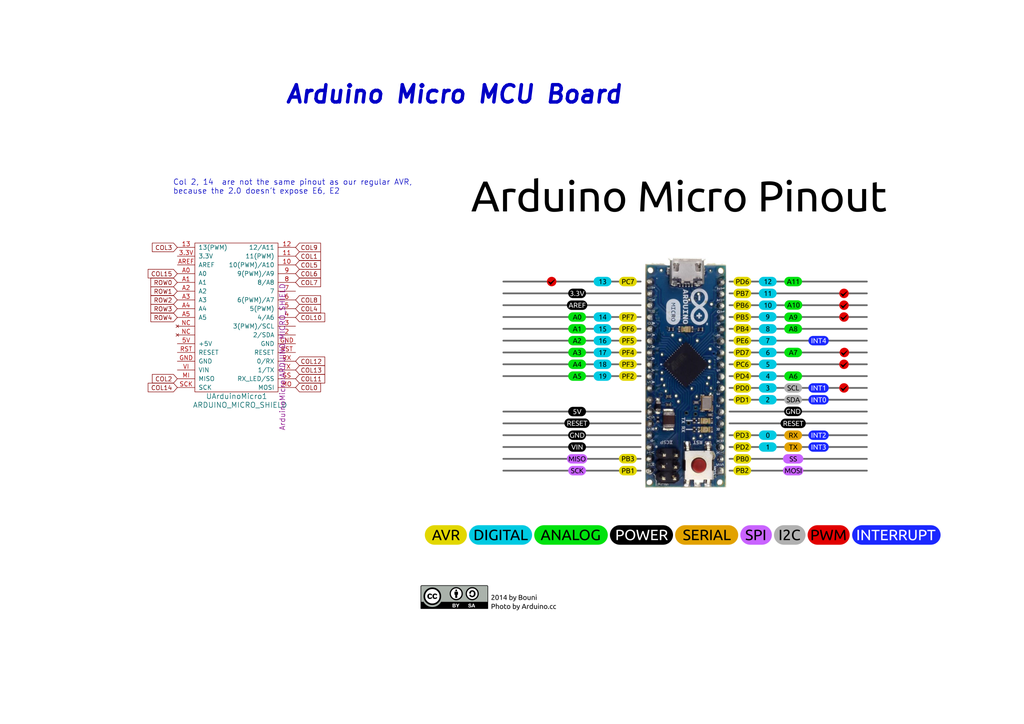
<source format=kicad_sch>
(kicad_sch (version 20211123) (generator eeschema)
  (paper "A4")
  (title_block (title "MCU") (date "2016-05-06") (company "Keyboardio"))
  (lib_symbols
    (symbol "arduino_micro:ARDUINO_MICRO_SHIELD" (pin_names (offset 1.016))
      (property "Reference" "U" (at 44.45 10.16 0))
      (property "Value" "ARDUINO_MICRO_SHIELD" (at 21.59 15.24 0))
      (symbol "ARDUINO_MICRO_SHIELD_0_1"
        (rectangle (start 0 0) (end 43.18 24.13))
      )
      (symbol "ARDUINO_MICRO_SHIELD_1_1"
        (pin bidirectional line (at 36.83 -5.08 90) (length 5.08) (name "10(PWM)/A10") (number "10"))
        (pin bidirectional line (at 39.37 -5.08 90) (length 5.08) (name "11(PWM)") (number "11"))
        (pin bidirectional line (at 41.91 -5.08 90) (length 5.08) (name "12/A11") (number "12"))
        (pin bidirectional line (at 41.91 29.21 270) (length 5.08) (name "13(PWM)") (number "13"))
        (pin bidirectional line (at 16.51 -5.08 90) (length 5.08) (name "2/SDA") (number "2"))
        (pin bidirectional line (at 19.05 -5.08 90) (length 5.08) (name "3(PWM)/SCL") (number "3"))
        (pin power_in line (at 39.37 29.21 270) (length 5.08) (name "3.3V") (number "3.3V"))
        (pin bidirectional line (at 21.59 -5.08 90) (length 5.08) (name "4/A6") (number "4"))
        (pin bidirectional line (at 24.13 -5.08 90) (length 5.08) (name "5(PWM)") (number "5"))
        (pin power_in line (at 13.97 29.21 270) (length 5.08) (name "+5V") (number "5V"))
        (pin bidirectional line (at 26.67 -5.08 90) (length 5.08) (name "6(PWM)/A7") (number "6"))
        (pin bidirectional line (at 29.21 -5.08 90) (length 5.08) (name "7") (number "7"))
        (pin bidirectional line (at 31.75 -5.08 90) (length 5.08) (name "8/A8") (number "8"))
        (pin bidirectional line (at 34.29 -5.08 90) (length 5.08) (name "9(PWM)/A9") (number "9"))
        (pin bidirectional line (at 34.29 29.21 270) (length 5.08) (name "A0") (number "A0"))
        (pin bidirectional line (at 31.75 29.21 270) (length 5.08) (name "A1") (number "A1"))
        (pin bidirectional line (at 29.21 29.21 270) (length 5.08) (name "A2") (number "A2"))
        (pin bidirectional line (at 26.67 29.21 270) (length 5.08) (name "A3") (number "A3"))
        (pin bidirectional line (at 24.13 29.21 270) (length 5.08) (name "A4") (number "A4"))
        (pin bidirectional line (at 21.59 29.21 270) (length 5.08) (name "A5") (number "A5"))
        (pin power_in line (at 36.83 29.21 270) (length 5.08) (name "AREF") (number "AREF"))
        (pin power_in line (at 8.89 29.21 270) (length 5.08) (name "GND") (number "GND"))
        (pin power_in line (at 13.97 -5.08 90) (length 5.08) (name "GND") (number "GND"))
        (pin bidirectional line (at 3.81 29.21 270) (length 5.08) (name "MISO") (number "MI"))
        (pin bidirectional line (at 1.27 -5.08 90) (length 5.08) (name "MOSI") (number "MO"))
        (pin no_connect line (at 16.51 29.21 270) (length 5.08) (name "~") (number "NC"))
        (pin no_connect line (at 19.05 29.21 270) (length 5.08) (name "~") (number "NC"))
        (pin bidirectional line (at 11.43 -5.08 90) (length 5.08) (name "RESET") (number "RST"))
        (pin bidirectional line (at 11.43 29.21 270) (length 5.08) (name "RESET") (number "RST"))
        (pin bidirectional line (at 8.89 -5.08 90) (length 5.08) (name "0/RX") (number "RX"))
        (pin bidirectional line (at 1.27 29.21 270) (length 5.08) (name "SCK") (number "SCK"))
        (pin bidirectional line (at 3.81 -5.08 90) (length 5.08) (name "RX_LED/SS") (number "SS"))
        (pin bidirectional line (at 6.35 -5.08 90) (length 5.08) (name "1/TX") (number "TX"))
        (pin power_in line (at 6.35 29.21 270) (length 5.08) (name "VIN") (number "VI"))
      )
    )
  )
  (image (at 197.485 111.76) (scale 0.6))
  (text "Col 2, 14  are not the same pinout as our regular AVR, \nbecause the 2.0 doesn't expose E6, E2" (at 50.165 56.515 0) (effects (font (size 1.6002 1.6002)) (justify left bottom)))
  (text "Arduino Micro MCU Board" (at 82.55 30.48 0) (effects (font (size 5.0038 5.0038) (thickness 1.0008) bold italic) (justify left bottom)))
  (global_label "COL1" (shape input) (at 85.725 74.295 0) (property "Intersheet References" "${INTERSHEET_REFS}" (effects hide)))
  (global_label "COL8" (shape input) (at 85.725 86.995 0) (property "Intersheet References" "${INTERSHEET_REFS}" (effects hide)))
  (global_label "COL12" (shape input) (at 85.725 104.775 0) (property "Intersheet References" "${INTERSHEET_REFS}" (effects hide)))
  (global_label "COL0" (shape input) (at 85.725 112.395 0) (property "Intersheet References" "${INTERSHEET_REFS}" (effects hide)))
  (global_label "ROW4" (shape input) (at 51.435 92.075 180) (property "Intersheet References" "${INTERSHEET_REFS}" (effects hide)))
  (global_label "COL3" (shape input) (at 51.435 71.755 180) (property "Intersheet References" "${INTERSHEET_REFS}" (effects hide)))
  (global_label "COL10" (shape input) (at 85.725 92.075 0) (property "Intersheet References" "${INTERSHEET_REFS}" (effects hide)))
  (global_label "COL9" (shape input) (at 85.725 71.755 0) (property "Intersheet References" "${INTERSHEET_REFS}" (effects hide)))
  (global_label "ROW3" (shape input) (at 51.435 89.535 180) (property "Intersheet References" "${INTERSHEET_REFS}" (effects hide)))
  (global_label "ROW0" (shape input) (at 51.435 81.915 180) (property "Intersheet References" "${INTERSHEET_REFS}" (effects hide)))
  (global_label "COL2" (shape input) (at 51.435 109.855 180) (property "Intersheet References" "${INTERSHEET_REFS}" (effects hide)))
  (global_label "COL6" (shape input) (at 85.725 79.375 0) (property "Intersheet References" "${INTERSHEET_REFS}" (effects hide)))
  (global_label "ROW2" (shape input) (at 51.435 86.995 180) (property "Intersheet References" "${INTERSHEET_REFS}" (effects hide)))
  (global_label "COL11" (shape input) (at 85.725 109.855 0) (property "Intersheet References" "${INTERSHEET_REFS}" (effects hide)))
  (global_label "COL7" (shape input) (at 85.725 81.915 0) (property "Intersheet References" "${INTERSHEET_REFS}" (effects hide)))
  (global_label "ROW1" (shape input) (at 51.435 84.455 180) (property "Intersheet References" "${INTERSHEET_REFS}" (effects hide)))
  (global_label "COL15" (shape input) (at 51.435 79.375 180) (property "Intersheet References" "${INTERSHEET_REFS}" (effects hide)))
  (global_label "COL4" (shape input) (at 85.725 89.535 0) (property "Intersheet References" "${INTERSHEET_REFS}" (effects hide)))
  (global_label "COL14" (shape input) (at 51.435 112.395 180) (property "Intersheet References" "${INTERSHEET_REFS}" (effects hide)))
  (global_label "COL5" (shape input) (at 85.725 76.835 0) (property "Intersheet References" "${INTERSHEET_REFS}" (effects hide)))
  (global_label "COL13" (shape input) (at 85.725 107.315 0) (property "Intersheet References" "${INTERSHEET_REFS}" (effects hide)))
  (symbol (lib_id "arduino_micro:ARDUINO_MICRO_SHIELD") (at 80.645 113.665 90) (unit 1)
    (property "Reference" "UArduinoMicro1" (at 59.69 114.935 90) (effects (font (size 1.524 1.524)) (justify right)))
    (property "Value" "ARDUINO_MICRO_SHIELD" (at 55.88 117.475 90) (effects (font (size 1.524 1.524)) (justify right)))
    (property "Footprint" "ArduinoMicro:ARDUINO_MICRO_SHIELD" (at 81.915 103.505 0) (effects (font (size 1.524 1.524))))
  )
)
</source>
